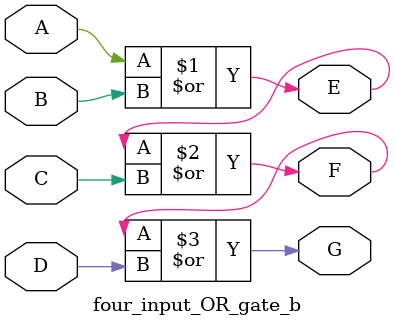
<source format=v>
`timescale 1ns / 1ps

module four_input_OR_gate_b(
    input A,
    input B,
    output E,
    input C,
    output F,
    input D,
    output G
    );
    
    assign E = A | B;
    assign F = E | C;
    assign G = F | D;
endmodule
</source>
